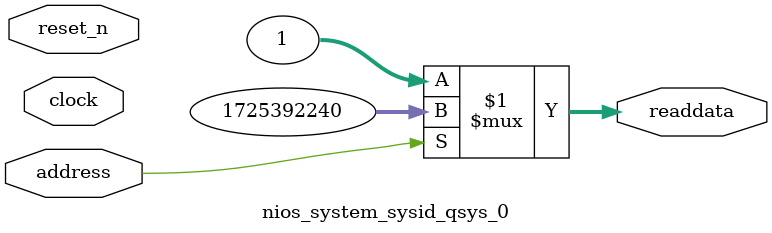
<source format=v>



// synthesis translate_off
`timescale 1ns / 1ps
// synthesis translate_on

// turn off superfluous verilog processor warnings 
// altera message_level Level1 
// altera message_off 10034 10035 10036 10037 10230 10240 10030 

module nios_system_sysid_qsys_0 (
               // inputs:
                address,
                clock,
                reset_n,

               // outputs:
                readdata
             )
;

  output  [ 31: 0] readdata;
  input            address;
  input            clock;
  input            reset_n;

  wire    [ 31: 0] readdata;
  //control_slave, which is an e_avalon_slave
  assign readdata = address ? 1725392240 : 1;

endmodule



</source>
